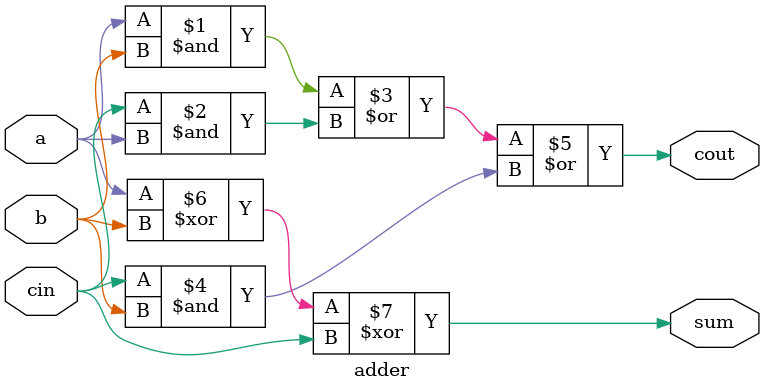
<source format=sv>
module top_module( 
    input [2:0] a, b,
    input cin,
    output [2:0] cout,
    output [2:0] sum );
   
    adder adder(a[0],b[0],cin,cout[0],sum[0]);
    adder adder1(a[1],b[1],cout[0],cout[1],sum[1]);
    adder adder2(a[2],b[2],cout[1],cout[2],sum[2]);    
endmodule

module adder(input a,input b,input cin, output cout, output sum);
    assign cout = a&b|cin&a|cin&b;
    assign sum = a^b^cin;
endmodule

</source>
